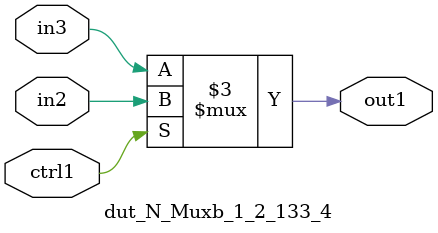
<source format=v>

`timescale 1ps / 1ps


module dut_N_Muxb_1_2_133_4( in3, in2, ctrl1, out1 );

    input in3;
    input in2;
    input ctrl1;
    output out1;
    reg out1;

    
    // rtl_process:dut_N_Muxb_1_2_133_4/dut_N_Muxb_1_2_133_4_thread_1
    always @*
      begin : dut_N_Muxb_1_2_133_4_thread_1
        case (ctrl1) 
          1'b1: 
            begin
              out1 = in2;
            end
          default: 
            begin
              out1 = in3;
            end
        endcase
      end

endmodule



</source>
